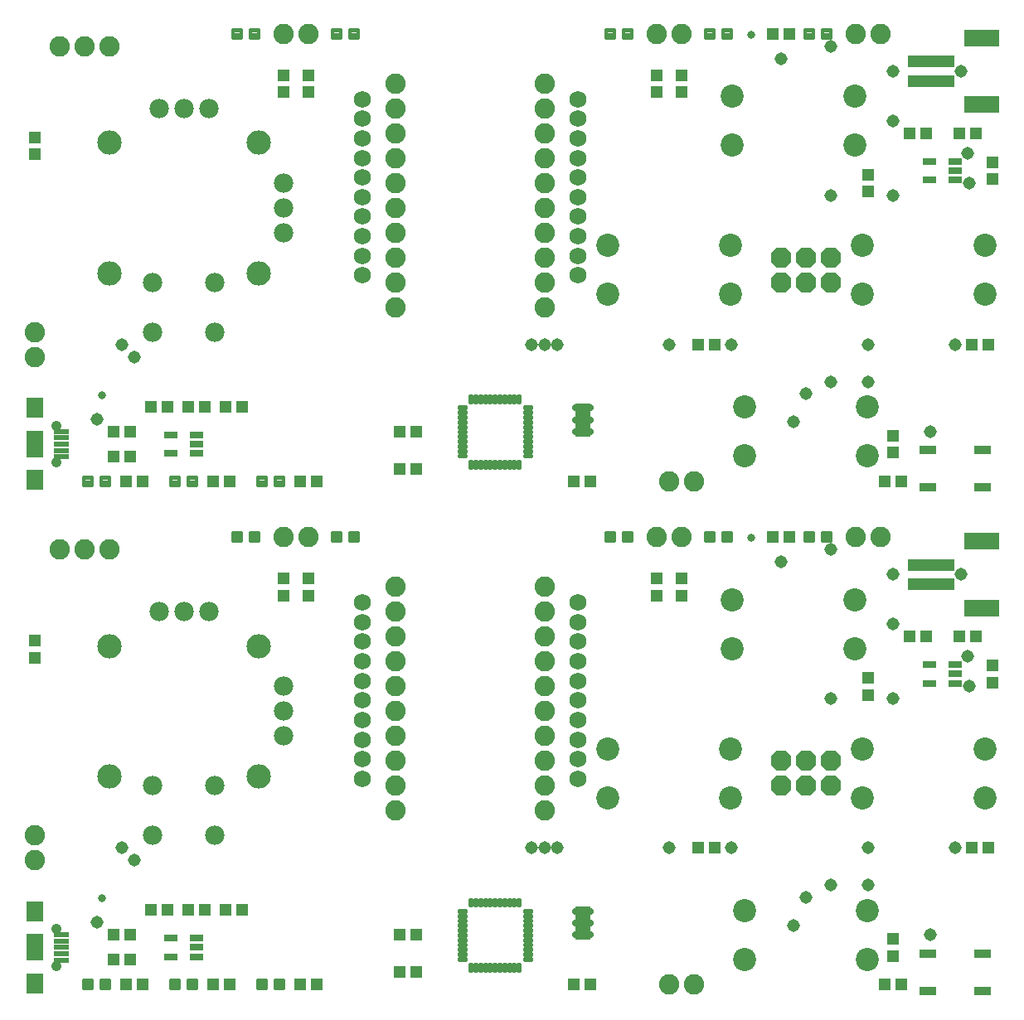
<source format=gts>
G75*
%MOIN*%
%OFA0B0*%
%FSLAX25Y25*%
%IPPOS*%
%LPD*%
%AMOC8*
5,1,8,0,0,1.08239X$1,22.5*
%
%ADD10R,0.05131X0.04737*%
%ADD11C,0.08200*%
%ADD12OC8,0.08200*%
%ADD13R,0.18910X0.04737*%
%ADD14R,0.14186X0.07099*%
%ADD15C,0.01421*%
%ADD16R,0.04737X0.05131*%
%ADD17R,0.06800X0.03800*%
%ADD18C,0.01684*%
%ADD19C,0.06800*%
%ADD20C,0.02572*%
%ADD21R,0.06040X0.13760*%
%ADD22C,0.09800*%
%ADD23C,0.07800*%
%ADD24R,0.05524X0.02965*%
%ADD25R,0.06312X0.02375*%
%ADD26C,0.04146*%
%ADD27R,0.06693X0.07874*%
%ADD28R,0.06693X0.10630*%
%ADD29C,0.09300*%
%ADD30C,0.03300*%
%ADD31C,0.05162*%
D10*
X0065949Y0018900D03*
X0072642Y0018900D03*
X0070949Y0008900D03*
X0077642Y0008900D03*
X0072642Y0028900D03*
X0065949Y0028900D03*
X0080949Y0038900D03*
X0087642Y0038900D03*
X0095949Y0038900D03*
X0102642Y0038900D03*
X0110949Y0038900D03*
X0117642Y0038900D03*
X0112642Y0008900D03*
X0105949Y0008900D03*
X0140949Y0008900D03*
X0147642Y0008900D03*
X0180949Y0013900D03*
X0187642Y0013900D03*
X0187642Y0028900D03*
X0180949Y0028900D03*
X0250949Y0008900D03*
X0257642Y0008900D03*
X0300949Y0063900D03*
X0307642Y0063900D03*
X0375949Y0008900D03*
X0382642Y0008900D03*
X0410949Y0063900D03*
X0417642Y0063900D03*
X0412642Y0148900D03*
X0405949Y0148900D03*
X0392642Y0148900D03*
X0385949Y0148900D03*
X0337642Y0188900D03*
X0330949Y0188900D03*
X0375949Y0211400D03*
X0382642Y0211400D03*
X0410949Y0266400D03*
X0417642Y0266400D03*
X0412642Y0351400D03*
X0405949Y0351400D03*
X0392642Y0351400D03*
X0385949Y0351400D03*
X0337642Y0391400D03*
X0330949Y0391400D03*
X0307642Y0266400D03*
X0300949Y0266400D03*
X0257642Y0211400D03*
X0250949Y0211400D03*
X0187642Y0216400D03*
X0180949Y0216400D03*
X0180949Y0231400D03*
X0187642Y0231400D03*
X0147642Y0211400D03*
X0140949Y0211400D03*
X0112642Y0211400D03*
X0105949Y0211400D03*
X0077642Y0211400D03*
X0070949Y0211400D03*
X0072642Y0221400D03*
X0065949Y0221400D03*
X0065949Y0231400D03*
X0072642Y0231400D03*
X0080949Y0241400D03*
X0087642Y0241400D03*
X0095949Y0241400D03*
X0102642Y0241400D03*
X0110949Y0241400D03*
X0117642Y0241400D03*
D11*
X0134295Y0188900D03*
X0144295Y0188900D03*
X0179295Y0168900D03*
X0179295Y0158900D03*
X0179295Y0148900D03*
X0179295Y0138900D03*
X0179295Y0128900D03*
X0179295Y0118900D03*
X0179295Y0108900D03*
X0179295Y0098900D03*
X0179295Y0088900D03*
X0179295Y0078900D03*
X0239295Y0078900D03*
X0239295Y0088900D03*
X0239295Y0098900D03*
X0239295Y0108900D03*
X0239295Y0118900D03*
X0239295Y0128900D03*
X0239295Y0138900D03*
X0239295Y0148900D03*
X0239295Y0158900D03*
X0239295Y0168900D03*
X0284295Y0188900D03*
X0294295Y0188900D03*
X0289295Y0211400D03*
X0299295Y0211400D03*
X0364295Y0188900D03*
X0374295Y0188900D03*
X0239295Y0281400D03*
X0239295Y0291400D03*
X0239295Y0301400D03*
X0239295Y0311400D03*
X0239295Y0321400D03*
X0239295Y0331400D03*
X0239295Y0341400D03*
X0239295Y0351400D03*
X0239295Y0361400D03*
X0239295Y0371400D03*
X0284295Y0391400D03*
X0294295Y0391400D03*
X0364295Y0391400D03*
X0374295Y0391400D03*
X0179295Y0371400D03*
X0179295Y0361400D03*
X0179295Y0351400D03*
X0179295Y0341400D03*
X0179295Y0331400D03*
X0179295Y0321400D03*
X0179295Y0311400D03*
X0179295Y0301400D03*
X0179295Y0291400D03*
X0179295Y0281400D03*
X0064295Y0183900D03*
X0054295Y0183900D03*
X0044295Y0183900D03*
X0034295Y0261400D03*
X0034295Y0271400D03*
X0044295Y0386400D03*
X0054295Y0386400D03*
X0064295Y0386400D03*
X0134295Y0391400D03*
X0144295Y0391400D03*
X0034295Y0068900D03*
X0034295Y0058900D03*
X0289295Y0008900D03*
X0299295Y0008900D03*
D12*
X0334295Y0088900D03*
X0334295Y0098900D03*
X0344295Y0098900D03*
X0344295Y0088900D03*
X0354295Y0088900D03*
X0354295Y0098900D03*
X0354295Y0291400D03*
X0354295Y0301400D03*
X0344295Y0301400D03*
X0334295Y0301400D03*
X0334295Y0291400D03*
X0344295Y0291400D03*
D13*
X0394728Y0372463D03*
X0394728Y0380337D03*
X0394728Y0177837D03*
X0394728Y0169963D03*
D14*
X0415201Y0160514D03*
X0415201Y0187286D03*
X0415201Y0363014D03*
X0415201Y0389786D03*
D15*
X0351090Y0389742D02*
X0351090Y0393058D01*
X0354406Y0393058D01*
X0354406Y0389742D01*
X0351090Y0389742D01*
X0351090Y0391162D02*
X0354406Y0391162D01*
X0354406Y0392582D02*
X0351090Y0392582D01*
X0344184Y0393058D02*
X0344184Y0389742D01*
X0344184Y0393058D02*
X0347500Y0393058D01*
X0347500Y0389742D01*
X0344184Y0389742D01*
X0344184Y0391162D02*
X0347500Y0391162D01*
X0347500Y0392582D02*
X0344184Y0392582D01*
X0311090Y0393058D02*
X0311090Y0389742D01*
X0311090Y0393058D02*
X0314406Y0393058D01*
X0314406Y0389742D01*
X0311090Y0389742D01*
X0311090Y0391162D02*
X0314406Y0391162D01*
X0314406Y0392582D02*
X0311090Y0392582D01*
X0304184Y0393058D02*
X0304184Y0389742D01*
X0304184Y0393058D02*
X0307500Y0393058D01*
X0307500Y0389742D01*
X0304184Y0389742D01*
X0304184Y0391162D02*
X0307500Y0391162D01*
X0307500Y0392582D02*
X0304184Y0392582D01*
X0274406Y0393058D02*
X0274406Y0389742D01*
X0271090Y0389742D01*
X0271090Y0393058D01*
X0274406Y0393058D01*
X0274406Y0391162D02*
X0271090Y0391162D01*
X0271090Y0392582D02*
X0274406Y0392582D01*
X0267500Y0393058D02*
X0267500Y0389742D01*
X0264184Y0389742D01*
X0264184Y0393058D01*
X0267500Y0393058D01*
X0267500Y0391162D02*
X0264184Y0391162D01*
X0264184Y0392582D02*
X0267500Y0392582D01*
X0161090Y0393058D02*
X0161090Y0389742D01*
X0161090Y0393058D02*
X0164406Y0393058D01*
X0164406Y0389742D01*
X0161090Y0389742D01*
X0161090Y0391162D02*
X0164406Y0391162D01*
X0164406Y0392582D02*
X0161090Y0392582D01*
X0154184Y0393058D02*
X0154184Y0389742D01*
X0154184Y0393058D02*
X0157500Y0393058D01*
X0157500Y0389742D01*
X0154184Y0389742D01*
X0154184Y0391162D02*
X0157500Y0391162D01*
X0157500Y0392582D02*
X0154184Y0392582D01*
X0124406Y0393058D02*
X0124406Y0389742D01*
X0121090Y0389742D01*
X0121090Y0393058D01*
X0124406Y0393058D01*
X0124406Y0391162D02*
X0121090Y0391162D01*
X0121090Y0392582D02*
X0124406Y0392582D01*
X0117500Y0393058D02*
X0117500Y0389742D01*
X0114184Y0389742D01*
X0114184Y0393058D01*
X0117500Y0393058D01*
X0117500Y0391162D02*
X0114184Y0391162D01*
X0114184Y0392582D02*
X0117500Y0392582D01*
X0124184Y0213058D02*
X0124184Y0209742D01*
X0124184Y0213058D02*
X0127500Y0213058D01*
X0127500Y0209742D01*
X0124184Y0209742D01*
X0124184Y0211162D02*
X0127500Y0211162D01*
X0127500Y0212582D02*
X0124184Y0212582D01*
X0131090Y0213058D02*
X0131090Y0209742D01*
X0131090Y0213058D02*
X0134406Y0213058D01*
X0134406Y0209742D01*
X0131090Y0209742D01*
X0131090Y0211162D02*
X0134406Y0211162D01*
X0134406Y0212582D02*
X0131090Y0212582D01*
X0124406Y0190558D02*
X0124406Y0187242D01*
X0121090Y0187242D01*
X0121090Y0190558D01*
X0124406Y0190558D01*
X0124406Y0188662D02*
X0121090Y0188662D01*
X0121090Y0190082D02*
X0124406Y0190082D01*
X0117500Y0190558D02*
X0117500Y0187242D01*
X0114184Y0187242D01*
X0114184Y0190558D01*
X0117500Y0190558D01*
X0117500Y0188662D02*
X0114184Y0188662D01*
X0114184Y0190082D02*
X0117500Y0190082D01*
X0096090Y0209742D02*
X0096090Y0213058D01*
X0099406Y0213058D01*
X0099406Y0209742D01*
X0096090Y0209742D01*
X0096090Y0211162D02*
X0099406Y0211162D01*
X0099406Y0212582D02*
X0096090Y0212582D01*
X0089184Y0213058D02*
X0089184Y0209742D01*
X0089184Y0213058D02*
X0092500Y0213058D01*
X0092500Y0209742D01*
X0089184Y0209742D01*
X0089184Y0211162D02*
X0092500Y0211162D01*
X0092500Y0212582D02*
X0089184Y0212582D01*
X0064406Y0213058D02*
X0064406Y0209742D01*
X0061090Y0209742D01*
X0061090Y0213058D01*
X0064406Y0213058D01*
X0064406Y0211162D02*
X0061090Y0211162D01*
X0061090Y0212582D02*
X0064406Y0212582D01*
X0057500Y0213058D02*
X0057500Y0209742D01*
X0054184Y0209742D01*
X0054184Y0213058D01*
X0057500Y0213058D01*
X0057500Y0211162D02*
X0054184Y0211162D01*
X0054184Y0212582D02*
X0057500Y0212582D01*
X0154184Y0190558D02*
X0154184Y0187242D01*
X0154184Y0190558D02*
X0157500Y0190558D01*
X0157500Y0187242D01*
X0154184Y0187242D01*
X0154184Y0188662D02*
X0157500Y0188662D01*
X0157500Y0190082D02*
X0154184Y0190082D01*
X0161090Y0190558D02*
X0161090Y0187242D01*
X0161090Y0190558D02*
X0164406Y0190558D01*
X0164406Y0187242D01*
X0161090Y0187242D01*
X0161090Y0188662D02*
X0164406Y0188662D01*
X0164406Y0190082D02*
X0161090Y0190082D01*
X0267500Y0190558D02*
X0267500Y0187242D01*
X0264184Y0187242D01*
X0264184Y0190558D01*
X0267500Y0190558D01*
X0267500Y0188662D02*
X0264184Y0188662D01*
X0264184Y0190082D02*
X0267500Y0190082D01*
X0274406Y0190558D02*
X0274406Y0187242D01*
X0271090Y0187242D01*
X0271090Y0190558D01*
X0274406Y0190558D01*
X0274406Y0188662D02*
X0271090Y0188662D01*
X0271090Y0190082D02*
X0274406Y0190082D01*
X0304184Y0190558D02*
X0304184Y0187242D01*
X0304184Y0190558D02*
X0307500Y0190558D01*
X0307500Y0187242D01*
X0304184Y0187242D01*
X0304184Y0188662D02*
X0307500Y0188662D01*
X0307500Y0190082D02*
X0304184Y0190082D01*
X0311090Y0190558D02*
X0311090Y0187242D01*
X0311090Y0190558D02*
X0314406Y0190558D01*
X0314406Y0187242D01*
X0311090Y0187242D01*
X0311090Y0188662D02*
X0314406Y0188662D01*
X0314406Y0190082D02*
X0311090Y0190082D01*
X0344184Y0190558D02*
X0344184Y0187242D01*
X0344184Y0190558D02*
X0347500Y0190558D01*
X0347500Y0187242D01*
X0344184Y0187242D01*
X0344184Y0188662D02*
X0347500Y0188662D01*
X0347500Y0190082D02*
X0344184Y0190082D01*
X0351090Y0190558D02*
X0351090Y0187242D01*
X0351090Y0190558D02*
X0354406Y0190558D01*
X0354406Y0187242D01*
X0351090Y0187242D01*
X0351090Y0188662D02*
X0354406Y0188662D01*
X0354406Y0190082D02*
X0351090Y0190082D01*
X0131090Y0010558D02*
X0131090Y0007242D01*
X0131090Y0010558D02*
X0134406Y0010558D01*
X0134406Y0007242D01*
X0131090Y0007242D01*
X0131090Y0008662D02*
X0134406Y0008662D01*
X0134406Y0010082D02*
X0131090Y0010082D01*
X0124184Y0010558D02*
X0124184Y0007242D01*
X0124184Y0010558D02*
X0127500Y0010558D01*
X0127500Y0007242D01*
X0124184Y0007242D01*
X0124184Y0008662D02*
X0127500Y0008662D01*
X0127500Y0010082D02*
X0124184Y0010082D01*
X0096090Y0010558D02*
X0096090Y0007242D01*
X0096090Y0010558D02*
X0099406Y0010558D01*
X0099406Y0007242D01*
X0096090Y0007242D01*
X0096090Y0008662D02*
X0099406Y0008662D01*
X0099406Y0010082D02*
X0096090Y0010082D01*
X0089184Y0010558D02*
X0089184Y0007242D01*
X0089184Y0010558D02*
X0092500Y0010558D01*
X0092500Y0007242D01*
X0089184Y0007242D01*
X0089184Y0008662D02*
X0092500Y0008662D01*
X0092500Y0010082D02*
X0089184Y0010082D01*
X0064406Y0010558D02*
X0064406Y0007242D01*
X0061090Y0007242D01*
X0061090Y0010558D01*
X0064406Y0010558D01*
X0064406Y0008662D02*
X0061090Y0008662D01*
X0061090Y0010082D02*
X0064406Y0010082D01*
X0057500Y0010558D02*
X0057500Y0007242D01*
X0054184Y0007242D01*
X0054184Y0010558D01*
X0057500Y0010558D01*
X0057500Y0008662D02*
X0054184Y0008662D01*
X0054184Y0010082D02*
X0057500Y0010082D01*
D16*
X0034295Y0140554D03*
X0034295Y0147246D03*
X0134295Y0165554D03*
X0134295Y0172246D03*
X0144295Y0172246D03*
X0144295Y0165554D03*
X0284295Y0165554D03*
X0284295Y0172246D03*
X0294295Y0172246D03*
X0294295Y0165554D03*
X0369295Y0132246D03*
X0369295Y0125554D03*
X0419295Y0130554D03*
X0419295Y0137246D03*
X0379295Y0223054D03*
X0379295Y0229746D03*
X0369295Y0328054D03*
X0369295Y0334746D03*
X0419295Y0333054D03*
X0419295Y0339746D03*
X0294295Y0368054D03*
X0294295Y0374746D03*
X0284295Y0374746D03*
X0284295Y0368054D03*
X0144295Y0368054D03*
X0144295Y0374746D03*
X0134295Y0374746D03*
X0134295Y0368054D03*
X0034295Y0349746D03*
X0034295Y0343054D03*
X0379295Y0027246D03*
X0379295Y0020554D03*
D17*
X0393295Y0021400D03*
X0393295Y0006400D03*
X0415295Y0006400D03*
X0415295Y0021400D03*
X0415295Y0208900D03*
X0415295Y0223900D03*
X0393295Y0223900D03*
X0393295Y0208900D03*
D18*
X0233564Y0221576D02*
X0231298Y0221576D01*
X0231298Y0221872D01*
X0233564Y0221872D01*
X0233564Y0221576D01*
X0233564Y0223544D02*
X0231298Y0223544D01*
X0231298Y0223840D01*
X0233564Y0223840D01*
X0233564Y0223544D01*
X0233564Y0225430D02*
X0231298Y0225430D01*
X0231298Y0225726D01*
X0233564Y0225726D01*
X0233564Y0225430D01*
X0233564Y0227398D02*
X0231298Y0227398D01*
X0231298Y0227694D01*
X0233564Y0227694D01*
X0233564Y0227398D01*
X0233564Y0229283D02*
X0231298Y0229283D01*
X0231298Y0229579D01*
X0233564Y0229579D01*
X0233564Y0229283D01*
X0233564Y0231252D02*
X0231298Y0231252D01*
X0231298Y0231548D01*
X0233564Y0231548D01*
X0233564Y0231252D01*
X0233564Y0233517D02*
X0231298Y0233517D01*
X0233564Y0233517D02*
X0233564Y0233221D01*
X0231298Y0233221D01*
X0231298Y0233517D01*
X0231298Y0235402D02*
X0233564Y0235402D01*
X0233564Y0235106D01*
X0231298Y0235106D01*
X0231298Y0235402D01*
X0231298Y0237370D02*
X0233564Y0237370D01*
X0233564Y0237074D01*
X0231298Y0237074D01*
X0231298Y0237370D01*
X0231298Y0239256D02*
X0233564Y0239256D01*
X0233564Y0238960D01*
X0231298Y0238960D01*
X0231298Y0239256D01*
X0231298Y0241224D02*
X0233564Y0241224D01*
X0233564Y0240928D01*
X0231298Y0240928D01*
X0231298Y0241224D01*
X0229119Y0243403D02*
X0229119Y0245669D01*
X0229119Y0243403D02*
X0228823Y0243403D01*
X0228823Y0245669D01*
X0229119Y0245669D01*
X0229119Y0245086D02*
X0228823Y0245086D01*
X0227151Y0245669D02*
X0227151Y0243403D01*
X0226855Y0243403D01*
X0226855Y0245669D01*
X0227151Y0245669D01*
X0227151Y0245086D02*
X0226855Y0245086D01*
X0225265Y0245669D02*
X0225265Y0243403D01*
X0224969Y0243403D01*
X0224969Y0245669D01*
X0225265Y0245669D01*
X0225265Y0245086D02*
X0224969Y0245086D01*
X0223297Y0245669D02*
X0223297Y0243403D01*
X0223001Y0243403D01*
X0223001Y0245669D01*
X0223297Y0245669D01*
X0223297Y0245086D02*
X0223001Y0245086D01*
X0221412Y0245669D02*
X0221412Y0243403D01*
X0221116Y0243403D01*
X0221116Y0245669D01*
X0221412Y0245669D01*
X0221412Y0245086D02*
X0221116Y0245086D01*
X0219443Y0245669D02*
X0219443Y0243403D01*
X0219147Y0243403D01*
X0219147Y0245669D01*
X0219443Y0245669D01*
X0219443Y0245086D02*
X0219147Y0245086D01*
X0217179Y0245669D02*
X0217179Y0243403D01*
X0217179Y0245669D02*
X0217475Y0245669D01*
X0217475Y0243403D01*
X0217179Y0243403D01*
X0217179Y0245086D02*
X0217475Y0245086D01*
X0215293Y0245669D02*
X0215293Y0243403D01*
X0215293Y0245669D02*
X0215589Y0245669D01*
X0215589Y0243403D01*
X0215293Y0243403D01*
X0215293Y0245086D02*
X0215589Y0245086D01*
X0213325Y0245669D02*
X0213325Y0243403D01*
X0213325Y0245669D02*
X0213621Y0245669D01*
X0213621Y0243403D01*
X0213325Y0243403D01*
X0213325Y0245086D02*
X0213621Y0245086D01*
X0211440Y0245669D02*
X0211440Y0243403D01*
X0211440Y0245669D02*
X0211736Y0245669D01*
X0211736Y0243403D01*
X0211440Y0243403D01*
X0211440Y0245086D02*
X0211736Y0245086D01*
X0209471Y0245669D02*
X0209471Y0243403D01*
X0209471Y0245669D02*
X0209767Y0245669D01*
X0209767Y0243403D01*
X0209471Y0243403D01*
X0209471Y0245086D02*
X0209767Y0245086D01*
X0207292Y0241224D02*
X0205026Y0241224D01*
X0207292Y0241224D02*
X0207292Y0240928D01*
X0205026Y0240928D01*
X0205026Y0241224D01*
X0205026Y0239256D02*
X0207292Y0239256D01*
X0207292Y0238960D01*
X0205026Y0238960D01*
X0205026Y0239256D01*
X0205026Y0237370D02*
X0207292Y0237370D01*
X0207292Y0237074D01*
X0205026Y0237074D01*
X0205026Y0237370D01*
X0205026Y0235402D02*
X0207292Y0235402D01*
X0207292Y0235106D01*
X0205026Y0235106D01*
X0205026Y0235402D01*
X0205026Y0233517D02*
X0207292Y0233517D01*
X0207292Y0233221D01*
X0205026Y0233221D01*
X0205026Y0233517D01*
X0205026Y0231548D02*
X0207292Y0231548D01*
X0207292Y0231252D01*
X0205026Y0231252D01*
X0205026Y0231548D01*
X0205026Y0229283D02*
X0207292Y0229283D01*
X0205026Y0229283D02*
X0205026Y0229579D01*
X0207292Y0229579D01*
X0207292Y0229283D01*
X0207292Y0227398D02*
X0205026Y0227398D01*
X0205026Y0227694D01*
X0207292Y0227694D01*
X0207292Y0227398D01*
X0207292Y0225430D02*
X0205026Y0225430D01*
X0205026Y0225726D01*
X0207292Y0225726D01*
X0207292Y0225430D01*
X0207292Y0223544D02*
X0205026Y0223544D01*
X0205026Y0223840D01*
X0207292Y0223840D01*
X0207292Y0223544D01*
X0207292Y0221576D02*
X0205026Y0221576D01*
X0205026Y0221872D01*
X0207292Y0221872D01*
X0207292Y0221576D01*
X0209471Y0219397D02*
X0209471Y0217131D01*
X0209471Y0219397D02*
X0209767Y0219397D01*
X0209767Y0217131D01*
X0209471Y0217131D01*
X0209471Y0218814D02*
X0209767Y0218814D01*
X0211440Y0219397D02*
X0211440Y0217131D01*
X0211440Y0219397D02*
X0211736Y0219397D01*
X0211736Y0217131D01*
X0211440Y0217131D01*
X0211440Y0218814D02*
X0211736Y0218814D01*
X0213325Y0219397D02*
X0213325Y0217131D01*
X0213325Y0219397D02*
X0213621Y0219397D01*
X0213621Y0217131D01*
X0213325Y0217131D01*
X0213325Y0218814D02*
X0213621Y0218814D01*
X0215293Y0219397D02*
X0215293Y0217131D01*
X0215293Y0219397D02*
X0215589Y0219397D01*
X0215589Y0217131D01*
X0215293Y0217131D01*
X0215293Y0218814D02*
X0215589Y0218814D01*
X0217179Y0219397D02*
X0217179Y0217131D01*
X0217179Y0219397D02*
X0217475Y0219397D01*
X0217475Y0217131D01*
X0217179Y0217131D01*
X0217179Y0218814D02*
X0217475Y0218814D01*
X0219147Y0219397D02*
X0219147Y0217131D01*
X0219147Y0219397D02*
X0219443Y0219397D01*
X0219443Y0217131D01*
X0219147Y0217131D01*
X0219147Y0218814D02*
X0219443Y0218814D01*
X0221412Y0219397D02*
X0221412Y0217131D01*
X0221116Y0217131D01*
X0221116Y0219397D01*
X0221412Y0219397D01*
X0221412Y0218814D02*
X0221116Y0218814D01*
X0223297Y0219397D02*
X0223297Y0217131D01*
X0223001Y0217131D01*
X0223001Y0219397D01*
X0223297Y0219397D01*
X0223297Y0218814D02*
X0223001Y0218814D01*
X0225265Y0219397D02*
X0225265Y0217131D01*
X0224969Y0217131D01*
X0224969Y0219397D01*
X0225265Y0219397D01*
X0225265Y0218814D02*
X0224969Y0218814D01*
X0227151Y0219397D02*
X0227151Y0217131D01*
X0226855Y0217131D01*
X0226855Y0219397D01*
X0227151Y0219397D01*
X0227151Y0218814D02*
X0226855Y0218814D01*
X0229119Y0219397D02*
X0229119Y0217131D01*
X0228823Y0217131D01*
X0228823Y0219397D01*
X0229119Y0219397D01*
X0229119Y0218814D02*
X0228823Y0218814D01*
X0229119Y0043169D02*
X0229119Y0040903D01*
X0228823Y0040903D01*
X0228823Y0043169D01*
X0229119Y0043169D01*
X0229119Y0042586D02*
X0228823Y0042586D01*
X0227151Y0043169D02*
X0227151Y0040903D01*
X0226855Y0040903D01*
X0226855Y0043169D01*
X0227151Y0043169D01*
X0227151Y0042586D02*
X0226855Y0042586D01*
X0225265Y0043169D02*
X0225265Y0040903D01*
X0224969Y0040903D01*
X0224969Y0043169D01*
X0225265Y0043169D01*
X0225265Y0042586D02*
X0224969Y0042586D01*
X0223297Y0043169D02*
X0223297Y0040903D01*
X0223001Y0040903D01*
X0223001Y0043169D01*
X0223297Y0043169D01*
X0223297Y0042586D02*
X0223001Y0042586D01*
X0221412Y0043169D02*
X0221412Y0040903D01*
X0221116Y0040903D01*
X0221116Y0043169D01*
X0221412Y0043169D01*
X0221412Y0042586D02*
X0221116Y0042586D01*
X0219443Y0043169D02*
X0219443Y0040903D01*
X0219147Y0040903D01*
X0219147Y0043169D01*
X0219443Y0043169D01*
X0219443Y0042586D02*
X0219147Y0042586D01*
X0217179Y0043169D02*
X0217179Y0040903D01*
X0217179Y0043169D02*
X0217475Y0043169D01*
X0217475Y0040903D01*
X0217179Y0040903D01*
X0217179Y0042586D02*
X0217475Y0042586D01*
X0215293Y0043169D02*
X0215293Y0040903D01*
X0215293Y0043169D02*
X0215589Y0043169D01*
X0215589Y0040903D01*
X0215293Y0040903D01*
X0215293Y0042586D02*
X0215589Y0042586D01*
X0213325Y0043169D02*
X0213325Y0040903D01*
X0213325Y0043169D02*
X0213621Y0043169D01*
X0213621Y0040903D01*
X0213325Y0040903D01*
X0213325Y0042586D02*
X0213621Y0042586D01*
X0211440Y0043169D02*
X0211440Y0040903D01*
X0211440Y0043169D02*
X0211736Y0043169D01*
X0211736Y0040903D01*
X0211440Y0040903D01*
X0211440Y0042586D02*
X0211736Y0042586D01*
X0209471Y0043169D02*
X0209471Y0040903D01*
X0209471Y0043169D02*
X0209767Y0043169D01*
X0209767Y0040903D01*
X0209471Y0040903D01*
X0209471Y0042586D02*
X0209767Y0042586D01*
X0207292Y0038724D02*
X0205026Y0038724D01*
X0207292Y0038724D02*
X0207292Y0038428D01*
X0205026Y0038428D01*
X0205026Y0038724D01*
X0205026Y0036756D02*
X0207292Y0036756D01*
X0207292Y0036460D01*
X0205026Y0036460D01*
X0205026Y0036756D01*
X0205026Y0034870D02*
X0207292Y0034870D01*
X0207292Y0034574D01*
X0205026Y0034574D01*
X0205026Y0034870D01*
X0205026Y0032902D02*
X0207292Y0032902D01*
X0207292Y0032606D01*
X0205026Y0032606D01*
X0205026Y0032902D01*
X0205026Y0031017D02*
X0207292Y0031017D01*
X0207292Y0030721D01*
X0205026Y0030721D01*
X0205026Y0031017D01*
X0205026Y0029048D02*
X0207292Y0029048D01*
X0207292Y0028752D01*
X0205026Y0028752D01*
X0205026Y0029048D01*
X0205026Y0026783D02*
X0207292Y0026783D01*
X0205026Y0026783D02*
X0205026Y0027079D01*
X0207292Y0027079D01*
X0207292Y0026783D01*
X0207292Y0024898D02*
X0205026Y0024898D01*
X0205026Y0025194D01*
X0207292Y0025194D01*
X0207292Y0024898D01*
X0207292Y0022930D02*
X0205026Y0022930D01*
X0205026Y0023226D01*
X0207292Y0023226D01*
X0207292Y0022930D01*
X0207292Y0021044D02*
X0205026Y0021044D01*
X0205026Y0021340D01*
X0207292Y0021340D01*
X0207292Y0021044D01*
X0207292Y0019076D02*
X0205026Y0019076D01*
X0205026Y0019372D01*
X0207292Y0019372D01*
X0207292Y0019076D01*
X0209471Y0016897D02*
X0209471Y0014631D01*
X0209471Y0016897D02*
X0209767Y0016897D01*
X0209767Y0014631D01*
X0209471Y0014631D01*
X0209471Y0016314D02*
X0209767Y0016314D01*
X0211440Y0016897D02*
X0211440Y0014631D01*
X0211440Y0016897D02*
X0211736Y0016897D01*
X0211736Y0014631D01*
X0211440Y0014631D01*
X0211440Y0016314D02*
X0211736Y0016314D01*
X0213325Y0016897D02*
X0213325Y0014631D01*
X0213325Y0016897D02*
X0213621Y0016897D01*
X0213621Y0014631D01*
X0213325Y0014631D01*
X0213325Y0016314D02*
X0213621Y0016314D01*
X0215293Y0016897D02*
X0215293Y0014631D01*
X0215293Y0016897D02*
X0215589Y0016897D01*
X0215589Y0014631D01*
X0215293Y0014631D01*
X0215293Y0016314D02*
X0215589Y0016314D01*
X0217179Y0016897D02*
X0217179Y0014631D01*
X0217179Y0016897D02*
X0217475Y0016897D01*
X0217475Y0014631D01*
X0217179Y0014631D01*
X0217179Y0016314D02*
X0217475Y0016314D01*
X0219147Y0016897D02*
X0219147Y0014631D01*
X0219147Y0016897D02*
X0219443Y0016897D01*
X0219443Y0014631D01*
X0219147Y0014631D01*
X0219147Y0016314D02*
X0219443Y0016314D01*
X0221412Y0016897D02*
X0221412Y0014631D01*
X0221116Y0014631D01*
X0221116Y0016897D01*
X0221412Y0016897D01*
X0221412Y0016314D02*
X0221116Y0016314D01*
X0223297Y0016897D02*
X0223297Y0014631D01*
X0223001Y0014631D01*
X0223001Y0016897D01*
X0223297Y0016897D01*
X0223297Y0016314D02*
X0223001Y0016314D01*
X0225265Y0016897D02*
X0225265Y0014631D01*
X0224969Y0014631D01*
X0224969Y0016897D01*
X0225265Y0016897D01*
X0225265Y0016314D02*
X0224969Y0016314D01*
X0227151Y0016897D02*
X0227151Y0014631D01*
X0226855Y0014631D01*
X0226855Y0016897D01*
X0227151Y0016897D01*
X0227151Y0016314D02*
X0226855Y0016314D01*
X0229119Y0016897D02*
X0229119Y0014631D01*
X0228823Y0014631D01*
X0228823Y0016897D01*
X0229119Y0016897D01*
X0229119Y0016314D02*
X0228823Y0016314D01*
X0231298Y0019076D02*
X0233564Y0019076D01*
X0231298Y0019076D02*
X0231298Y0019372D01*
X0233564Y0019372D01*
X0233564Y0019076D01*
X0233564Y0021044D02*
X0231298Y0021044D01*
X0231298Y0021340D01*
X0233564Y0021340D01*
X0233564Y0021044D01*
X0233564Y0022930D02*
X0231298Y0022930D01*
X0231298Y0023226D01*
X0233564Y0023226D01*
X0233564Y0022930D01*
X0233564Y0024898D02*
X0231298Y0024898D01*
X0231298Y0025194D01*
X0233564Y0025194D01*
X0233564Y0024898D01*
X0233564Y0026783D02*
X0231298Y0026783D01*
X0231298Y0027079D01*
X0233564Y0027079D01*
X0233564Y0026783D01*
X0233564Y0028752D02*
X0231298Y0028752D01*
X0231298Y0029048D01*
X0233564Y0029048D01*
X0233564Y0028752D01*
X0233564Y0031017D02*
X0231298Y0031017D01*
X0233564Y0031017D02*
X0233564Y0030721D01*
X0231298Y0030721D01*
X0231298Y0031017D01*
X0231298Y0032902D02*
X0233564Y0032902D01*
X0233564Y0032606D01*
X0231298Y0032606D01*
X0231298Y0032902D01*
X0231298Y0034870D02*
X0233564Y0034870D01*
X0233564Y0034574D01*
X0231298Y0034574D01*
X0231298Y0034870D01*
X0231298Y0036756D02*
X0233564Y0036756D01*
X0233564Y0036460D01*
X0231298Y0036460D01*
X0231298Y0036756D01*
X0231298Y0038724D02*
X0233564Y0038724D01*
X0233564Y0038428D01*
X0231298Y0038428D01*
X0231298Y0038724D01*
D19*
X0252602Y0091774D03*
X0252602Y0099648D03*
X0252602Y0107522D03*
X0252602Y0115396D03*
X0252602Y0123270D03*
X0252602Y0131144D03*
X0252602Y0139018D03*
X0252602Y0146892D03*
X0252602Y0154766D03*
X0252602Y0162640D03*
X0165988Y0162640D03*
X0165988Y0154766D03*
X0165988Y0146892D03*
X0165988Y0139018D03*
X0165988Y0131144D03*
X0165988Y0123270D03*
X0165988Y0115396D03*
X0165988Y0107522D03*
X0165988Y0099648D03*
X0165988Y0091774D03*
X0165988Y0294274D03*
X0165988Y0302148D03*
X0165988Y0310022D03*
X0165988Y0317896D03*
X0165988Y0325770D03*
X0165988Y0333644D03*
X0165988Y0341518D03*
X0165988Y0349392D03*
X0165988Y0357266D03*
X0165988Y0365140D03*
X0252602Y0365140D03*
X0252602Y0357266D03*
X0252602Y0349392D03*
X0252602Y0341518D03*
X0252602Y0333644D03*
X0252602Y0325770D03*
X0252602Y0317896D03*
X0252602Y0310022D03*
X0252602Y0302148D03*
X0252602Y0294274D03*
D20*
X0251831Y0240924D02*
X0257559Y0240924D01*
X0257559Y0236200D02*
X0251831Y0236200D01*
X0251831Y0231476D02*
X0257559Y0231476D01*
X0257559Y0038424D02*
X0251831Y0038424D01*
X0251831Y0033700D02*
X0257559Y0033700D01*
X0257559Y0028976D02*
X0251831Y0028976D01*
D21*
X0254685Y0033710D03*
X0254685Y0236210D03*
D22*
X0124295Y0295150D03*
X0124295Y0347650D03*
X0064295Y0347650D03*
X0064295Y0295150D03*
X0064295Y0145150D03*
X0064295Y0092650D03*
X0124295Y0092650D03*
X0124295Y0145150D03*
D23*
X0134295Y0128900D03*
X0134295Y0118900D03*
X0134295Y0108900D03*
X0106795Y0088900D03*
X0106795Y0068900D03*
X0081795Y0068900D03*
X0081795Y0088900D03*
X0084295Y0158900D03*
X0094295Y0158900D03*
X0104295Y0158900D03*
X0106795Y0271400D03*
X0106795Y0291400D03*
X0081795Y0291400D03*
X0081795Y0271400D03*
X0134295Y0311400D03*
X0134295Y0321400D03*
X0134295Y0331400D03*
X0104295Y0361400D03*
X0094295Y0361400D03*
X0084295Y0361400D03*
D24*
X0089177Y0230140D03*
X0089177Y0222660D03*
X0099414Y0222660D03*
X0099414Y0226400D03*
X0099414Y0230140D03*
X0099414Y0027640D03*
X0099414Y0023900D03*
X0099414Y0020160D03*
X0089177Y0020160D03*
X0089177Y0027640D03*
X0394177Y0130160D03*
X0394177Y0137640D03*
X0404414Y0137640D03*
X0404414Y0133900D03*
X0404414Y0130160D03*
X0404414Y0332660D03*
X0404414Y0336400D03*
X0404414Y0340140D03*
X0394177Y0340140D03*
X0394177Y0332660D03*
D25*
X0044925Y0231518D03*
X0044925Y0228959D03*
X0044925Y0226400D03*
X0044925Y0223841D03*
X0044925Y0221282D03*
X0044925Y0029018D03*
X0044925Y0026459D03*
X0044925Y0023900D03*
X0044925Y0021341D03*
X0044925Y0018782D03*
D26*
X0042957Y0016420D03*
X0042957Y0031380D03*
X0042957Y0218920D03*
X0042957Y0233880D03*
D27*
X0034295Y0009396D03*
X0034295Y0038404D03*
X0034295Y0211896D03*
X0034295Y0240904D03*
D28*
X0034295Y0226400D03*
X0034295Y0023900D03*
D29*
X0264689Y0084057D03*
X0264689Y0103743D03*
X0313901Y0103743D03*
X0313901Y0084057D03*
X0319689Y0038743D03*
X0319689Y0019057D03*
X0368901Y0019057D03*
X0368901Y0038743D03*
X0367189Y0084057D03*
X0367189Y0103743D03*
X0363901Y0144057D03*
X0363901Y0163743D03*
X0314689Y0163743D03*
X0314689Y0144057D03*
X0319689Y0221557D03*
X0319689Y0241243D03*
X0313901Y0286557D03*
X0313901Y0306243D03*
X0314689Y0346557D03*
X0314689Y0366243D03*
X0363901Y0366243D03*
X0363901Y0346557D03*
X0367189Y0306243D03*
X0367189Y0286557D03*
X0368901Y0241243D03*
X0368901Y0221557D03*
X0416401Y0286557D03*
X0416401Y0306243D03*
X0264689Y0306243D03*
X0264689Y0286557D03*
X0416401Y0103743D03*
X0416401Y0084057D03*
D30*
X0322295Y0188700D03*
X0322295Y0391200D03*
X0061495Y0246200D03*
X0061495Y0043700D03*
D31*
X0059295Y0033900D03*
X0074295Y0058900D03*
X0069295Y0063900D03*
X0233995Y0064000D03*
X0239295Y0063900D03*
X0244495Y0064000D03*
X0289295Y0063900D03*
X0314295Y0063900D03*
X0344295Y0044100D03*
X0354295Y0048900D03*
X0369295Y0048900D03*
X0369295Y0063900D03*
X0404295Y0063900D03*
X0394295Y0028900D03*
X0339395Y0032800D03*
X0354295Y0123900D03*
X0379295Y0123900D03*
X0379295Y0153900D03*
X0379295Y0173900D03*
X0354295Y0183900D03*
X0334295Y0178900D03*
X0339395Y0235300D03*
X0344295Y0246600D03*
X0354295Y0251400D03*
X0369295Y0251400D03*
X0369295Y0266400D03*
X0404295Y0266400D03*
X0394295Y0231400D03*
X0406795Y0173900D03*
X0409295Y0140900D03*
X0410195Y0128900D03*
X0314295Y0266400D03*
X0289295Y0266400D03*
X0244495Y0266500D03*
X0239295Y0266400D03*
X0233995Y0266500D03*
X0354295Y0326400D03*
X0379295Y0326400D03*
X0410195Y0331400D03*
X0409295Y0343400D03*
X0379295Y0356400D03*
X0379295Y0376400D03*
X0354295Y0386400D03*
X0334295Y0381400D03*
X0406795Y0376400D03*
X0074295Y0261400D03*
X0069295Y0266400D03*
X0059295Y0236400D03*
M02*

</source>
